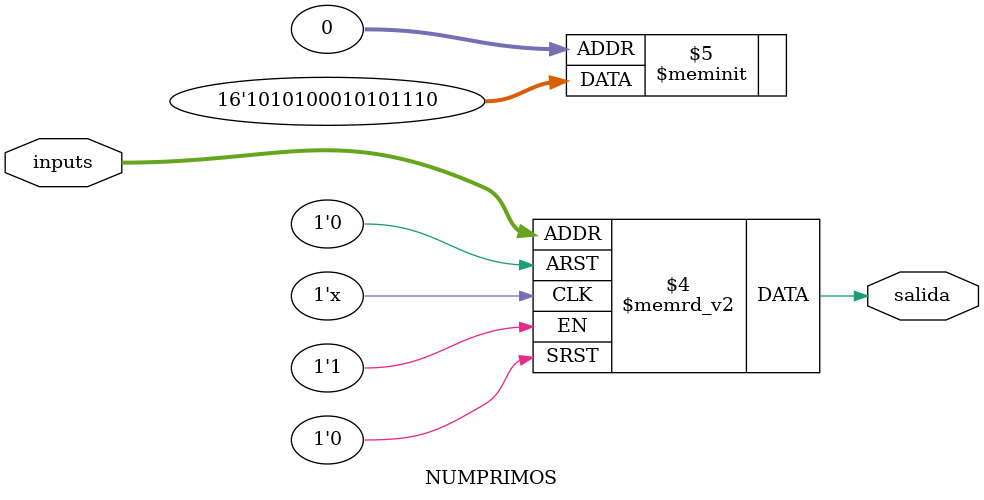
<source format=v>
module NUMPRIMOS(
	input [3:0] inputs,
	output reg salida
	
);

always @(*)
begin

	case (inputs)
		1:
		salida = 1;
		2:
		salida = 1;
		3:
		salida = 1;
		5:
		salida = 1;
		7:
		salida = 1;
		11:
		salida = 1;
		13:
		salida = 1;
		15:
		salida = 1;
		
		default
		salida = 0;

	endcase

end
endmodule
</source>
